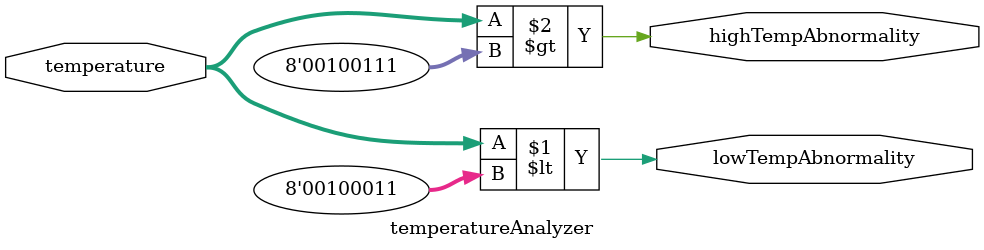
<source format=v>
/*--  *******************************************************
--  Computer Architecture Course, Laboratory Sources 
--  Amirkabir University of Technology (Tehran Polytechnic)
--  Department of Computer Engineering (CE-AUT)
--  https://ce[dot]aut[dot]ac[dot]ir
--  *******************************************************
--  All Rights reserved (C) 2020-2021
--  *******************************************************
--  Student ID  : 9829039   - 9831007 - 9831059
--  Student Name: Pouya     - Mehran  - Abolfazl
--  Last Name:    Mohammadi - Aksari  - Moradi Feijani
--  *******************************************************
--  Additional Comments:
--  	using this module in FD module! -> used to build 8-bit comparator
--*/


/*-----------------------------------------------------------
---  Module Name: temperatureAnalyzer 
-----------------------------------------------------------*/
`timescale 1 ns/1 ns

module temperatureAnalyzer(
	temperature,
	lowTempAbnormality,
	highTempAbnormality
    );
	
	input [7:0] temperature;
	output lowTempAbnormality;
	output highTempAbnormality;
	
	assign lowTempAbnormality  = (temperature < 8'b00100011);
	assign highTempAbnormality = (temperature > 8'b00100111);
	
endmodule

</source>
